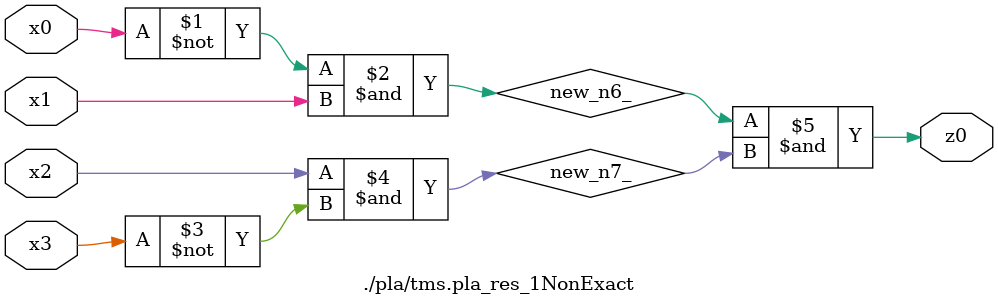
<source format=v>

module \./pla/tms.pla_res_1NonExact  ( 
    x0, x1, x2, x3,
    z0  );
  input  x0, x1, x2, x3;
  output z0;
  wire new_n6_, new_n7_;
  assign new_n6_ = ~x0 & x1;
  assign new_n7_ = x2 & ~x3;
  assign z0 = new_n6_ & new_n7_;
endmodule



</source>
